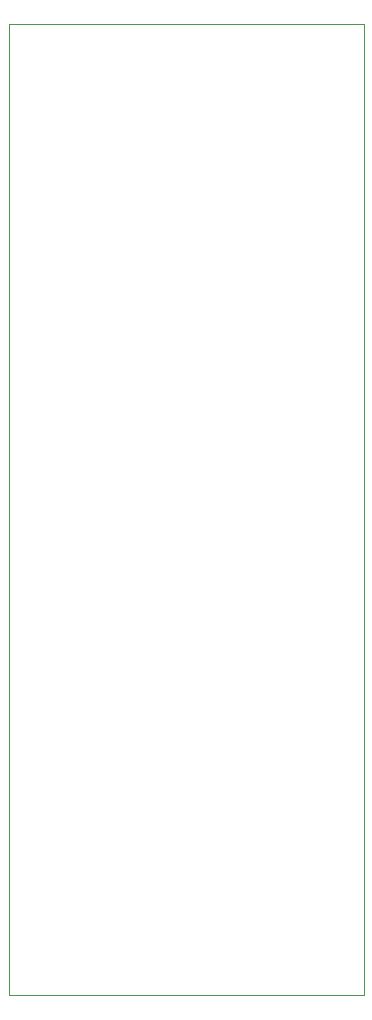
<source format=gbr>
%TF.GenerationSoftware,KiCad,Pcbnew,5.1.9+dfsg1-1~bpo10+1*%
%TF.CreationDate,2022-02-08T03:17:38+08:00*%
%TF.ProjectId,MiniVCF v1.0 - Main,4d696e69-5643-4462-9076-312e30202d20,rev?*%
%TF.SameCoordinates,Original*%
%TF.FileFunction,Profile,NP*%
%FSLAX46Y46*%
G04 Gerber Fmt 4.6, Leading zero omitted, Abs format (unit mm)*
G04 Created by KiCad (PCBNEW 5.1.9+dfsg1-1~bpo10+1) date 2022-02-08 03:17:38*
%MOMM*%
%LPD*%
G01*
G04 APERTURE LIST*
%TA.AperFunction,Profile*%
%ADD10C,0.050000*%
%TD*%
G04 APERTURE END LIST*
D10*
X134000000Y-135250000D02*
X134000000Y-53000000D01*
X104000000Y-135250000D02*
X134000000Y-135250000D01*
X104000000Y-53000000D02*
X104000000Y-135250000D01*
X104000000Y-53000000D02*
X134000000Y-53000000D01*
M02*

</source>
